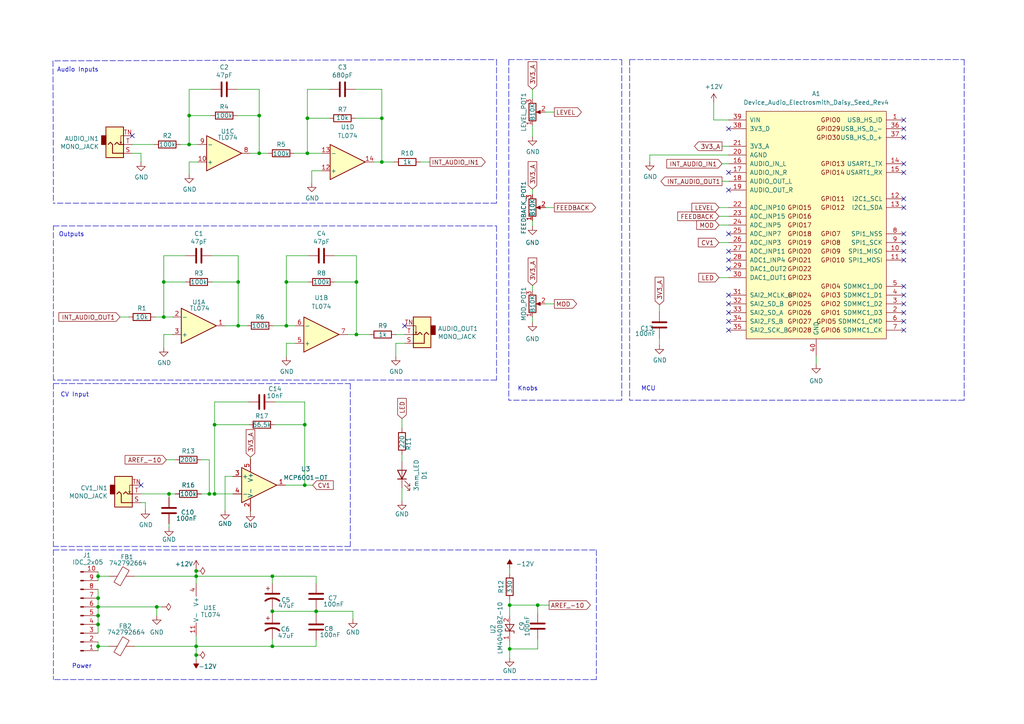
<source format=kicad_sch>
(kicad_sch (version 20211123) (generator eeschema)
  (paper "A4")
  (title_block (title "MiniVerb V2") (rev "v2.1") (comment 1 "An SMT Version of the MiniVerb Project"))
  (lib_symbols
    (symbol "Amplifier_Operational:MCP6001-OT" (pin_names (offset 0.127))
      (property "Reference" "U" (at -1.27 6.35 0))
      (property "Value" "MCP6001-OT" (at -1.27 3.81 0))
      (symbol "MCP6001-OT_0_1"
        (pin power_in line (at -2.54 -7.62 90) (length 3.81) (name "V-") (number "2"))
        (pin power_in line (at -2.54 7.62 270) (length 3.81) (name "V+") (number "5"))
      )
      (symbol "MCP6001-OT_1_1"
        (pin output line (at 7.62 0 180) (length 2.54) (name "~") (number "1"))
        (pin input line (at -7.62 2.54 0) (length 2.54) (name "+") (number "3"))
        (pin input line (at -7.62 -2.54 0) (length 2.54) (name "-") (number "4"))
      )
    )
    (symbol "Amplifier_Operational:TL074" (pin_names (offset 0.127))
      (property "Reference" "U" (at 0 5.08 0))
      (property "Value" "TL074" (at 0 -5.08 0))
      (symbol "TL074_1_1"
        (pin output line (at 7.62 0 180) (length 2.54) (name "~") (number "1"))
        (pin input line (at -7.62 -2.54 0) (length 2.54) (name "-") (number "2"))
        (pin input line (at -7.62 2.54 0) (length 2.54) (name "+") (number "3"))
      )
      (symbol "TL074_2_1"
        (pin input line (at -7.62 2.54 0) (length 2.54) (name "+") (number "5"))
        (pin input line (at -7.62 -2.54 0) (length 2.54) (name "-") (number "6"))
        (pin output line (at 7.62 0 180) (length 2.54) (name "~") (number "7"))
      )
      (symbol "TL074_3_1"
        (pin input line (at -7.62 2.54 0) (length 2.54) (name "+") (number "10"))
        (pin output line (at 7.62 0 180) (length 2.54) (name "~") (number "8"))
        (pin input line (at -7.62 -2.54 0) (length 2.54) (name "-") (number "9"))
      )
      (symbol "TL074_4_1"
        (pin input line (at -7.62 2.54 0) (length 2.54) (name "+") (number "12"))
        (pin input line (at -7.62 -2.54 0) (length 2.54) (name "-") (number "13"))
        (pin output line (at 7.62 0 180) (length 2.54) (name "~") (number "14"))
      )
      (symbol "TL074_5_1"
        (pin power_in line (at -2.54 -7.62 90) (length 3.81) (name "V-") (number "11"))
        (pin power_in line (at -2.54 7.62 270) (length 3.81) (name "V+") (number "4"))
      )
    )
    (symbol "Connector:AudioJack2_SwitchT"
      (property "Reference" "J" (at 0 8.89 0))
      (property "Value" "AudioJack2_SwitchT" (at 0 6.35 0))
      (symbol "AudioJack2_SwitchT_1_1"
        (pin passive line (at 5.08 2.54 180) (length 2.54) (name "~") (number "S"))
        (pin passive line (at 5.08 0 180) (length 2.54) (name "~") (number "T"))
        (pin passive line (at 5.08 -2.54 180) (length 2.54) (name "~") (number "TN"))
      )
    )
    (symbol "Connector:Conn_01x10_Male" (pin_names (offset 1.016) hide)
      (property "Reference" "J" (at 0 12.7 0))
      (property "Value" "Conn_01x10_Male" (at 0 -15.24 0))
      (symbol "Conn_01x10_Male_1_1"
        (pin passive line (at 5.08 10.16 180) (length 3.81) (name "Pin_1") (number "1"))
        (pin passive line (at 5.08 -12.7 180) (length 3.81) (name "Pin_10") (number "10"))
        (pin passive line (at 5.08 7.62 180) (length 3.81) (name "Pin_2") (number "2"))
        (pin passive line (at 5.08 5.08 180) (length 3.81) (name "Pin_3") (number "3"))
        (pin passive line (at 5.08 2.54 180) (length 3.81) (name "Pin_4") (number "4"))
        (pin passive line (at 5.08 0 180) (length 3.81) (name "Pin_5") (number "5"))
        (pin passive line (at 5.08 -2.54 180) (length 3.81) (name "Pin_6") (number "6"))
        (pin passive line (at 5.08 -5.08 180) (length 3.81) (name "Pin_7") (number "7"))
        (pin passive line (at 5.08 -7.62 180) (length 3.81) (name "Pin_8") (number "8"))
        (pin passive line (at 5.08 -10.16 180) (length 3.81) (name "Pin_9") (number "9"))
      )
    )
    (symbol "Device:C" (pin_numbers hide) (pin_names (offset 0.254))
      (property "Reference" "C" (at 0.635 2.54 0))
      (property "Value" "C" (at 0.635 -2.54 0))
      (symbol "C_1_1"
        (pin passive line (at 0 3.81 270) (length 2.794) (name "~") (number "1"))
        (pin passive line (at 0 -3.81 90) (length 2.794) (name "~") (number "2"))
      )
    )
    (symbol "Device:C_Polarized_US" (pin_numbers hide) (pin_names (offset 0.254) hide)
      (property "Reference" "C" (at 0.635 2.54 0))
      (property "Value" "C_Polarized_US" (at 0.635 -2.54 0))
      (symbol "C_Polarized_US_1_1"
        (pin passive line (at 0 3.81 270) (length 2.794) (name "~") (number "1"))
        (pin passive line (at 0 -3.81 90) (length 3.302) (name "~") (number "2"))
      )
    )
    (symbol "Device:FerriteBead" (pin_numbers hide) (pin_names (offset 0))
      (property "Reference" "FB" (at -3.81 0.635 90))
      (property "Value" "FerriteBead" (at 3.81 0 90))
      (symbol "FerriteBead_1_1"
        (pin passive line (at 0 3.81 270) (length 2.54) (name "~") (number "1"))
        (pin passive line (at 0 -3.81 90) (length 2.54) (name "~") (number "2"))
      )
    )
    (symbol "Device:LED" (pin_numbers hide) (pin_names (offset 1.016) hide)
      (property "Reference" "D" (at 0 2.54 0))
      (property "Value" "LED" (at 0 -2.54 0))
      (symbol "LED_1_1"
        (pin passive line (at -3.81 0 0) (length 2.54) (name "K") (number "1"))
        (pin passive line (at 3.81 0 180) (length 2.54) (name "A") (number "2"))
      )
    )
    (symbol "Device:R" (pin_numbers hide) (pin_names (offset 0))
      (property "Reference" "R" (at 2.032 0 90))
      (property "Value" "R" (at 0 0 90))
      (symbol "R_1_1"
        (pin passive line (at 0 3.81 270) (length 1.27) (name "~") (number "1"))
        (pin passive line (at 0 -3.81 90) (length 1.27) (name "~") (number "2"))
      )
    )
    (symbol "Device:R_Potentiometer" (pin_names (offset 1.016) hide)
      (property "Reference" "RV" (at -4.445 0 90))
      (property "Value" "R_Potentiometer" (at -2.54 0 90))
      (symbol "R_Potentiometer_1_1"
        (pin passive line (at 0 3.81 270) (length 1.27) (name "1") (number "1"))
        (pin passive line (at 3.81 0 180) (length 1.27) (name "2") (number "2"))
        (pin passive line (at 0 -3.81 90) (length 1.27) (name "3") (number "3"))
      )
    )
    (symbol "Device_Audio_Electrosmith_Daisy_Seed:Device_Audio_Electrosmith_Daisy_Seed_Rev4" (pin_names (offset 1.016))
      (property "Reference" "A" (at -20.32 34.29 0))
      (property "Value" "Device_Audio_Electrosmith_Daisy_Seed_Rev4" (at 20.32 36.83 0))
      (symbol "Device_Audio_Electrosmith_Daisy_Seed_Rev4_0_0"
        (text "GPIO0" (at 1.27 30.48 0) (effects (font (size 1.27 1.27)) (justify left)))
        (text "GPIO1" (at 1.27 -25.4 0) (effects (font (size 1.27 1.27)) (justify left)))
        (text "GPIO10" (at 1.27 -10.16 0) (effects (font (size 1.27 1.27)) (justify left)))
        (text "GPIO11" (at 1.27 7.62 0) (effects (font (size 1.27 1.27)) (justify left)))
        (text "GPIO12" (at 1.27 5.08 0) (effects (font (size 1.27 1.27)) (justify left)))
        (text "GPIO13" (at 1.27 17.78 0) (effects (font (size 1.27 1.27)) (justify left)))
        (text "GPIO14" (at 1.27 15.24 0) (effects (font (size 1.27 1.27)) (justify left)))
        (text "GPIO15" (at -1.27 5.08 0) (effects (font (size 1.27 1.27)) (justify right)))
        (text "GPIO16" (at -1.27 2.54 0) (effects (font (size 1.27 1.27)) (justify right)))
        (text "GPIO17" (at -1.27 0 0) (effects (font (size 1.27 1.27)) (justify right)))
        (text "GPIO18" (at -1.27 -2.54 0) (effects (font (size 1.27 1.27)) (justify right)))
        (text "GPIO19" (at -1.27 -5.08 0) (effects (font (size 1.27 1.27)) (justify right)))
        (text "GPIO2" (at 1.27 -22.86 0) (effects (font (size 1.27 1.27)) (justify left)))
        (text "GPIO20" (at -1.27 -7.62 0) (effects (font (size 1.27 1.27)) (justify right)))
        (text "GPIO21" (at -1.27 -10.16 0) (effects (font (size 1.27 1.27)) (justify right)))
        (text "GPIO22" (at -1.27 -12.7 0) (effects (font (size 1.27 1.27)) (justify right)))
        (text "GPIO23" (at -1.27 -15.24 0) (effects (font (size 1.27 1.27)) (justify right)))
        (text "GPIO24" (at -1.27 -20.32 0) (effects (font (size 1.27 1.27)) (justify right)))
        (text "GPIO25" (at -1.27 -22.86 0) (effects (font (size 1.27 1.27)) (justify right)))
        (text "GPIO26" (at -1.27 -25.4 0) (effects (font (size 1.27 1.27)) (justify right)))
        (text "GPIO27" (at -1.27 -27.94 0) (effects (font (size 1.27 1.27)) (justify right)))
        (text "GPIO28" (at -1.27 -30.48 0) (effects (font (size 1.27 1.27)) (justify right)))
        (text "GPIO29" (at 0 27.94 0) (effects (font (size 1.27 1.27)) (justify left)))
        (text "GPIO3" (at 1.27 -20.32 0) (effects (font (size 1.27 1.27)) (justify left)))
        (text "GPIO30" (at 0 25.4 0) (effects (font (size 1.27 1.27)) (justify left)))
        (text "GPIO4" (at 1.27 -17.78 0) (effects (font (size 1.27 1.27)) (justify left)))
        (text "GPIO5" (at 0 -27.94 0) (effects (font (size 1.27 1.27)) (justify left)))
        (text "GPIO6" (at 1.27 -30.48 0) (effects (font (size 1.27 1.27)) (justify left)))
        (text "GPIO7" (at 1.27 -2.54 0) (effects (font (size 1.27 1.27)) (justify left)))
        (text "GPIO8" (at 1.27 -5.08 0) (effects (font (size 1.27 1.27)) (justify left)))
        (text "GPIO9" (at 1.27 -7.62 0) (effects (font (size 1.27 1.27)) (justify left)))
        (pin bidirectional line (at 25.4 30.48 180) (length 5.08) (name "USB_HS_ID") (number "1"))
        (pin bidirectional line (at 25.4 -7.62 180) (length 5.08) (name "SPI1_MISO") (number "10"))
        (pin bidirectional line (at 25.4 -10.16 180) (length 5.08) (name "SPI1_MOSI") (number "11"))
        (pin bidirectional line (at 25.4 7.62 180) (length 5.08) (name "I2C1_SCL") (number "12"))
        (pin bidirectional line (at 25.4 5.08 180) (length 5.08) (name "I2C1_SDA") (number "13"))
        (pin bidirectional line (at 25.4 17.78 180) (length 5.08) (name "USART1_TX") (number "14"))
        (pin bidirectional line (at 25.4 15.24 180) (length 5.08) (name "USART1_RX") (number "15"))
        (pin input line (at -25.4 17.78 0) (length 5.08) (name "AUDIO_IN_L") (number "16"))
        (pin input line (at -25.4 15.24 0) (length 5.08) (name "AUDIO_IN_R") (number "17"))
        (pin output line (at -25.4 12.7 0) (length 5.08) (name "AUDIO_OUT_L") (number "18"))
        (pin output line (at -25.4 10.16 0) (length 5.08) (name "AUDIO_OUT_R") (number "19"))
        (pin bidirectional line (at 25.4 -25.4 180) (length 5.08) (name "SDMMC1_D3") (number "2"))
        (pin passive line (at -25.4 20.32 0) (length 5.08) (name "AGND") (number "20"))
        (pin power_out line (at -25.4 22.86 0) (length 5.08) (name "3V3_A") (number "21"))
        (pin bidirectional line (at -25.4 5.08 0) (length 5.08) (name "ADC_INP10") (number "22"))
        (pin bidirectional line (at -25.4 2.54 0) (length 5.08) (name "ADC_INP15") (number "23"))
        (pin bidirectional line (at -25.4 0 0) (length 5.08) (name "ADC_INP5") (number "24"))
        (pin bidirectional line (at -25.4 -2.54 0) (length 5.08) (name "ADC_INP7") (number "25"))
        (pin bidirectional line (at -25.4 -5.08 0) (length 5.08) (name "ADC_INP3") (number "26"))
        (pin bidirectional line (at -25.4 -7.62 0) (length 5.08) (name "ADC_INP11") (number "27"))
        (pin bidirectional line (at -25.4 -10.16 0) (length 5.08) (name "ADC1_INP4") (number "28"))
        (pin bidirectional line (at -25.4 -12.7 0) (length 5.08) (name "DAC1_OUT2") (number "29"))
        (pin bidirectional line (at 25.4 -22.86 180) (length 5.08) (name "SDMMC1_D2") (number "3"))
        (pin bidirectional line (at -25.4 -15.24 0) (length 5.08) (name "DAC1_OUT1") (number "30"))
        (pin bidirectional line (at -25.4 -20.32 0) (length 5.08) (name "SAI2_MCLK_B") (number "31"))
        (pin bidirectional line (at -25.4 -22.86 0) (length 5.08) (name "SAI2_SD_B") (number "32"))
        (pin bidirectional line (at -25.4 -25.4 0) (length 5.08) (name "SAI2_SD_A") (number "33"))
        (pin bidirectional line (at -25.4 -27.94 0) (length 5.08) (name "SAI2_FS_B") (number "34"))
        (pin bidirectional line (at -25.4 -30.48 0) (length 5.08) (name "SAI2_SCK_B") (number "35"))
        (pin bidirectional line (at 25.4 27.94 180) (length 5.08) (name "USB_HS_D_-") (number "36"))
        (pin bidirectional line (at 25.4 25.4 180) (length 5.08) (name "USB_HS_D_+") (number "37"))
        (pin power_out line (at -25.4 27.94 0) (length 5.08) (name "3V3_D") (number "38"))
        (pin power_in line (at -25.4 30.48 0) (length 5.08) (name "VIN") (number "39"))
        (pin bidirectional line (at 25.4 -20.32 180) (length 5.08) (name "SDMMC1_D1") (number "4"))
        (pin passive line (at 0 -38.1 90) (length 5.08) (name "GND") (number "40"))
        (pin bidirectional line (at 25.4 -17.78 180) (length 5.08) (name "SDMMC1_D0") (number "5"))
        (pin bidirectional line (at 25.4 -27.94 180) (length 5.08) (name "SDMMC1_CMD") (number "6"))
        (pin bidirectional line (at 25.4 -30.48 180) (length 5.08) (name "SDMMC1_CK") (number "7"))
        (pin bidirectional line (at 25.4 -2.54 180) (length 5.08) (name "SPI1_NSS") (number "8"))
        (pin bidirectional line (at 25.4 -5.08 180) (length 5.08) (name "SPI1_SCK") (number "9"))
      )
    )
    (symbol "Reference_Voltage:LM4040DBZ-10" (pin_names (offset 0.0254) hide)
      (property "Reference" "U" (at 0 2.54 0))
      (property "Value" "LM4040DBZ-10" (at 0 -3.175 0))
      (symbol "LM4040DBZ-10_1_1"
        (pin passive line (at 3.81 0 180) (length 2.54) (name "K") (number "1"))
        (pin passive line (at -3.81 0 0) (length 2.54) (name "A") (number "2"))
      )
    )
    (symbol "power:+12V" (power) (pin_names (offset 0))
      (property "Value" "+12V" (at 0 3.556 0))
      (symbol "+12V_1_1"
        (pin power_in line (at 0 0 90) (length 0) hide (name "+12V") (number "1"))
      )
    )
    (symbol "power:-12V" (power) (pin_names (offset 0))
      (property "Value" "-12V" (at 0 3.81 0))
      (symbol "-12V_0_0"
        (pin power_in line (at 0 0 90) (length 0) hide (name "-12V") (number "1"))
      )
    )
    (symbol "power:GND" (power) (pin_names (offset 0))
      (property "Value" "GND" (at 0 -3.81 0))
      (symbol "GND_1_1"
        (pin power_in line (at 0 0 270) (length 0) hide (name "GND") (number "1"))
      )
    )
    (symbol "power:PWR_FLAG" (power) (pin_numbers hide) (pin_names (offset 0) hide)
      (property "Value" "PWR_FLAG" (at 0 3.81 0))
      (symbol "PWR_FLAG_0_0"
        (pin power_out line (at 0 0 90) (length 0) (name "pwr") (number "1"))
      )
    )
  )
  (junction (at 60.706 143.256))
  (junction (at 147.828 188.214))
  (junction (at 83.058 81.788))
  (junction (at 56.896 167.132))
  (junction (at 56.896 187.452))
  (junction (at 78.994 187.452))
  (junction (at 89.154 44.45))
  (junction (at 28.448 187.452))
  (junction (at 28.448 181.102))
  (junction (at 110.744 46.99))
  (junction (at 28.448 173.482))
  (junction (at 28.448 178.562))
  (junction (at 49.022 143.256))
  (junction (at 78.994 177.292))
  (junction (at 47.498 81.788))
  (junction (at 54.864 33.528))
  (junction (at 69.088 81.788))
  (junction (at 54.864 41.91))
  (junction (at 89.154 34.29))
  (junction (at 47.498 91.948))
  (junction (at 69.088 94.488))
  (junction (at 155.956 175.514))
  (junction (at 45.466 176.022))
  (junction (at 56.896 165.608))
  (junction (at 62.23 143.256))
  (junction (at 75.184 44.45))
  (junction (at 56.896 189.992))
  (junction (at 83.058 94.488))
  (junction (at 91.694 177.292))
  (junction (at 75.184 33.528))
  (junction (at 147.828 175.514))
  (junction (at 103.378 97.028))
  (junction (at 28.448 167.132))
  (junction (at 62.23 123.19))
  (junction (at 88.392 140.716))
  (junction (at 110.744 34.29))
  (junction (at 78.994 167.132))
  (junction (at 28.448 176.022))
  (junction (at 103.378 81.788))
  (junction (at 88.392 123.19))
  (no_connect (at 262.128 95.758))
  (no_connect (at 262.128 93.218))
  (no_connect (at 211.328 55.118))
  (no_connect (at 117.348 94.488))
  (no_connect (at 211.328 37.338))
  (no_connect (at 211.328 67.818))
  (no_connect (at 262.128 34.798))
  (no_connect (at 262.128 67.818))
  (no_connect (at 262.128 50.038))
  (no_connect (at 262.128 60.198))
  (no_connect (at 262.128 37.338))
  (no_connect (at 262.128 39.878))
  (no_connect (at 262.128 47.498))
  (no_connect (at 211.328 88.138))
  (no_connect (at 211.328 95.758))
  (no_connect (at 211.328 93.218))
  (no_connect (at 211.328 90.678))
  (no_connect (at 211.328 85.598))
  (no_connect (at 211.328 72.898))
  (no_connect (at 262.128 75.438))
  (no_connect (at 262.128 70.358))
  (no_connect (at 262.128 72.898))
  (no_connect (at 211.328 75.438))
  (no_connect (at 38.354 39.37))
  (no_connect (at 262.128 88.138))
  (no_connect (at 262.128 85.598))
  (no_connect (at 211.328 77.978))
  (no_connect (at 262.128 90.678))
  (no_connect (at 211.328 50.038))
  (no_connect (at 262.128 83.058))
  (no_connect (at 40.894 140.716))
  (no_connect (at 262.128 57.658))
  (wire (pts (xy 89.154 44.45) (xy 93.218 44.45)))
  (wire (pts (xy 65.278 138.176) (xy 67.564 138.176)))
  (wire (pts (xy 46.99 176.022) (xy 45.466 176.022)))
  (polyline (pts (xy 101.6 111.252) (xy 101.6 158.496)))
  (wire (pts (xy 47.498 91.948) (xy 50.038 91.948)))
  (wire (pts (xy 208.534 60.198) (xy 211.328 60.198)))
  (wire (pts (xy 103.378 97.028) (xy 100.838 97.028)))
  (wire (pts (xy 107.188 97.028) (xy 103.378 97.028)))
  (polyline (pts (xy 279.654 116.078) (xy 182.626 116.078)))
  (wire (pts (xy 65.278 138.176) (xy 65.278 148.082)))
  (wire (pts (xy 52.324 41.91) (xy 54.864 41.91)))
  (wire (pts (xy 208.534 65.278) (xy 211.328 65.278)))
  (wire (pts (xy 78.994 177.292) (xy 91.694 177.292)))
  (wire (pts (xy 90.424 49.53) (xy 90.424 53.086)))
  (wire (pts (xy 47.498 97.028) (xy 47.498 100.838)))
  (wire (pts (xy 103.378 81.788) (xy 103.378 97.028)))
  (wire (pts (xy 47.498 81.788) (xy 47.498 91.948)))
  (polyline (pts (xy 15.494 159.512) (xy 172.974 159.512)))
  (wire (pts (xy 88.392 140.716) (xy 90.678 140.716)))
  (wire (pts (xy 78.994 187.452) (xy 78.994 185.42)))
  (wire (pts (xy 103.378 74.168) (xy 103.378 81.788)))
  (wire (pts (xy 44.958 91.948) (xy 47.498 91.948)))
  (wire (pts (xy 110.744 46.99) (xy 114.3 46.99)))
  (wire (pts (xy 58.42 143.256) (xy 60.706 143.256)))
  (wire (pts (xy 110.744 34.29) (xy 110.744 46.99)))
  (polyline (pts (xy 182.626 17.272) (xy 279.654 17.272)))
  (wire (pts (xy 91.694 177.292) (xy 102.362 177.292)))
  (polyline (pts (xy 15.494 65.532) (xy 144.018 65.532)))
  (wire (pts (xy 155.956 175.514) (xy 155.956 177.8)))
  (wire (pts (xy 91.694 167.132) (xy 91.694 169.164)))
  (wire (pts (xy 69.088 94.488) (xy 69.088 81.788)))
  (wire (pts (xy 53.848 74.168) (xy 47.498 74.168)))
  (wire (pts (xy 56.896 187.452) (xy 56.896 189.992)))
  (wire (pts (xy 85.344 44.45) (xy 89.154 44.45)))
  (wire (pts (xy 39.116 167.132) (xy 56.896 167.132)))
  (wire (pts (xy 93.218 49.53) (xy 90.424 49.53)))
  (polyline (pts (xy 101.6 158.496) (xy 15.494 158.496)))
  (wire (pts (xy 116.586 131.826) (xy 116.586 133.858)))
  (wire (pts (xy 211.328 44.958) (xy 188.468 44.958)))
  (wire (pts (xy 103.124 25.908) (xy 110.744 25.908)))
  (wire (pts (xy 75.184 33.528) (xy 68.834 33.528)))
  (wire (pts (xy 110.744 25.908) (xy 110.744 34.29)))
  (wire (pts (xy 54.864 25.908) (xy 54.864 33.528)))
  (wire (pts (xy 154.432 82.804) (xy 154.432 84.328)))
  (wire (pts (xy 78.994 167.132) (xy 78.994 169.164)))
  (wire (pts (xy 160.782 32.512) (xy 158.242 32.512)))
  (wire (pts (xy 147.828 188.214) (xy 147.828 190.754)))
  (wire (pts (xy 40.894 44.45) (xy 40.894 46.99)))
  (wire (pts (xy 116.586 121.412) (xy 116.586 124.206)))
  (wire (pts (xy 155.956 175.514) (xy 159.258 175.514)))
  (wire (pts (xy 54.864 33.528) (xy 54.864 41.91)))
  (wire (pts (xy 72.136 123.19) (xy 62.23 123.19)))
  (wire (pts (xy 50.038 97.028) (xy 47.498 97.028)))
  (wire (pts (xy 28.448 187.452) (xy 28.448 188.722)))
  (wire (pts (xy 79.756 116.586) (xy 88.392 116.586)))
  (wire (pts (xy 60.706 133.35) (xy 60.706 143.256)))
  (wire (pts (xy 62.23 123.19) (xy 62.23 143.256)))
  (wire (pts (xy 236.728 103.378) (xy 236.728 105.664)))
  (wire (pts (xy 69.088 81.788) (xy 61.468 81.788)))
  (wire (pts (xy 72.644 148.336) (xy 72.644 148.59)))
  (wire (pts (xy 38.354 44.45) (xy 40.894 44.45)))
  (polyline (pts (xy 15.494 111.252) (xy 15.494 158.496)))
  (polyline (pts (xy 15.367 17.653) (xy 15.494 58.928)))
  (polyline (pts (xy 15.494 159.512) (xy 15.494 197.104)))
  (wire (pts (xy 158.242 60.198) (xy 160.782 60.198)))
  (wire (pts (xy 88.392 140.716) (xy 82.804 140.716)))
  (polyline (pts (xy 15.875 17.653) (xy 144.018 17.272)))
  (wire (pts (xy 89.154 34.29) (xy 89.154 44.45)))
  (polyline (pts (xy 144.018 65.532) (xy 144.018 110.236)))
  (wire (pts (xy 56.896 184.404) (xy 56.896 187.452)))
  (wire (pts (xy 61.214 25.908) (xy 54.864 25.908)))
  (wire (pts (xy 34.798 91.948) (xy 37.338 91.948)))
  (wire (pts (xy 155.956 188.214) (xy 155.956 185.42)))
  (wire (pts (xy 208.534 70.358) (xy 211.328 70.358)))
  (wire (pts (xy 39.116 187.452) (xy 56.896 187.452)))
  (wire (pts (xy 28.448 181.102) (xy 28.448 183.642)))
  (wire (pts (xy 61.468 74.168) (xy 69.088 74.168)))
  (wire (pts (xy 78.994 176.784) (xy 78.994 177.292)))
  (wire (pts (xy 69.088 94.488) (xy 65.278 94.488)))
  (polyline (pts (xy 182.626 17.272) (xy 182.626 116.078)))
  (wire (pts (xy 154.432 28.702) (xy 154.432 25.908)))
  (polyline (pts (xy 144.018 17.272) (xy 144.018 58.928)))
  (wire (pts (xy 62.23 143.256) (xy 67.564 143.256)))
  (wire (pts (xy 53.848 81.788) (xy 47.498 81.788)))
  (polyline (pts (xy 180.34 116.078) (xy 147.574 116.078)))
  (wire (pts (xy 56.896 165.608) (xy 56.896 167.132)))
  (wire (pts (xy 88.392 116.586) (xy 88.392 123.19)))
  (wire (pts (xy 154.432 54.864) (xy 154.432 56.388)))
  (polyline (pts (xy 172.974 197.104) (xy 15.494 197.104)))
  (wire (pts (xy 147.828 186.182) (xy 147.828 188.214)))
  (polyline (pts (xy 180.34 17.272) (xy 180.34 116.078)))
  (wire (pts (xy 28.448 176.022) (xy 28.448 178.562)))
  (wire (pts (xy 79.756 123.19) (xy 88.392 123.19)))
  (wire (pts (xy 71.628 94.488) (xy 69.088 94.488)))
  (wire (pts (xy 28.448 178.562) (xy 28.448 181.102)))
  (wire (pts (xy 68.834 25.908) (xy 75.184 25.908)))
  (wire (pts (xy 28.448 165.862) (xy 28.448 167.132)))
  (polyline (pts (xy 172.974 159.512) (xy 172.974 197.104)))
  (wire (pts (xy 147.828 188.214) (xy 155.956 188.214)))
  (wire (pts (xy 60.706 143.256) (xy 62.23 143.256)))
  (wire (pts (xy 78.994 167.132) (xy 91.694 167.132)))
  (wire (pts (xy 28.448 173.482) (xy 28.448 176.022)))
  (wire (pts (xy 89.408 74.168) (xy 83.058 74.168)))
  (wire (pts (xy 147.828 173.99) (xy 147.828 175.514)))
  (wire (pts (xy 102.362 177.292) (xy 102.362 179.578)))
  (wire (pts (xy 54.864 33.528) (xy 61.214 33.528)))
  (wire (pts (xy 83.058 99.568) (xy 83.058 103.378)))
  (wire (pts (xy 154.432 36.322) (xy 154.432 39.624)))
  (wire (pts (xy 75.184 25.908) (xy 75.184 33.528)))
  (wire (pts (xy 89.154 25.908) (xy 89.154 34.29)))
  (wire (pts (xy 72.644 132.588) (xy 72.644 133.096)))
  (wire (pts (xy 56.896 187.452) (xy 78.994 187.452)))
  (wire (pts (xy 38.354 41.91) (xy 44.704 41.91)))
  (wire (pts (xy 116.586 141.478) (xy 116.586 145.288)))
  (wire (pts (xy 83.058 94.488) (xy 79.248 94.488)))
  (wire (pts (xy 114.808 99.568) (xy 114.808 103.378)))
  (wire (pts (xy 191.262 88.392) (xy 191.262 90.424)))
  (wire (pts (xy 56.896 167.132) (xy 78.994 167.132)))
  (wire (pts (xy 147.828 175.514) (xy 147.828 178.562)))
  (wire (pts (xy 75.184 44.45) (xy 77.724 44.45)))
  (wire (pts (xy 62.23 116.586) (xy 62.23 123.19)))
  (wire (pts (xy 108.458 46.99) (xy 110.744 46.99)))
  (polyline (pts (xy 147.574 17.272) (xy 147.574 116.078)))
  (wire (pts (xy 147.828 175.514) (xy 155.956 175.514)))
  (wire (pts (xy 117.348 99.568) (xy 114.808 99.568)))
  (wire (pts (xy 28.448 170.942) (xy 28.448 173.482)))
  (wire (pts (xy 56.896 189.992) (xy 56.896 191.262)))
  (wire (pts (xy 72.136 116.586) (xy 62.23 116.586)))
  (wire (pts (xy 45.466 176.022) (xy 45.466 178.562)))
  (wire (pts (xy 89.154 34.29) (xy 95.504 34.29)))
  (wire (pts (xy 191.262 98.044) (xy 191.262 100.076)))
  (wire (pts (xy 49.022 143.256) (xy 50.8 143.256)))
  (wire (pts (xy 207.01 29.718) (xy 207.01 34.798)))
  (wire (pts (xy 121.92 46.99) (xy 124.714 46.99)))
  (wire (pts (xy 56.896 165.1) (xy 56.896 165.608)))
  (polyline (pts (xy 279.654 17.272) (xy 279.654 116.078)))
  (wire (pts (xy 83.058 74.168) (xy 83.058 81.788)))
  (wire (pts (xy 97.028 74.168) (xy 103.378 74.168)))
  (wire (pts (xy 54.864 46.99) (xy 57.404 46.99)))
  (wire (pts (xy 91.694 185.674) (xy 91.694 187.452)))
  (wire (pts (xy 88.392 123.19) (xy 88.392 140.716)))
  (wire (pts (xy 72.644 44.45) (xy 75.184 44.45)))
  (wire (pts (xy 91.694 187.452) (xy 78.994 187.452)))
  (wire (pts (xy 56.896 167.132) (xy 56.896 169.164)))
  (wire (pts (xy 40.894 145.796) (xy 42.164 145.796)))
  (wire (pts (xy 103.124 34.29) (xy 110.744 34.29)))
  (wire (pts (xy 91.694 177.292) (xy 91.694 178.054)))
  (wire (pts (xy 209.423 47.498) (xy 211.328 47.498)))
  (wire (pts (xy 209.423 52.578) (xy 211.328 52.578)))
  (polyline (pts (xy 144.018 58.928) (xy 15.494 58.928)))
  (wire (pts (xy 78.994 177.292) (xy 78.994 177.8)))
  (wire (pts (xy 208.534 80.518) (xy 211.328 80.518)))
  (wire (pts (xy 28.448 167.132) (xy 28.448 168.402)))
  (wire (pts (xy 83.058 94.488) (xy 83.058 81.788)))
  (polyline (pts (xy 147.574 17.272) (xy 180.34 17.272)))
  (wire (pts (xy 85.598 99.568) (xy 83.058 99.568)))
  (wire (pts (xy 83.058 81.788) (xy 89.408 81.788)))
  (wire (pts (xy 28.448 186.182) (xy 28.448 187.452)))
  (wire (pts (xy 28.448 167.132) (xy 31.496 167.132)))
  (wire (pts (xy 54.864 41.91) (xy 57.404 41.91)))
  (wire (pts (xy 85.598 94.488) (xy 83.058 94.488)))
  (wire (pts (xy 114.808 97.028) (xy 117.348 97.028)))
  (wire (pts (xy 54.864 46.99) (xy 54.864 50.546)))
  (polyline (pts (xy 15.494 110.236) (xy 15.494 65.532)))
  (wire (pts (xy 209.423 42.418) (xy 211.328 42.418)))
  (wire (pts (xy 28.448 187.452) (xy 31.496 187.452)))
  (wire (pts (xy 91.694 176.784) (xy 91.694 177.292)))
  (wire (pts (xy 69.088 74.168) (xy 69.088 81.788)))
  (wire (pts (xy 188.468 44.958) (xy 188.468 46.863)))
  (wire (pts (xy 147.828 164.846) (xy 147.828 166.37)))
  (wire (pts (xy 28.448 176.022) (xy 45.466 176.022)))
  (wire (pts (xy 58.42 133.35) (xy 60.706 133.35)))
  (wire (pts (xy 75.184 33.528) (xy 75.184 44.45)))
  (wire (pts (xy 49.022 151.892) (xy 49.022 152.908)))
  (polyline (pts (xy 144.018 110.236) (xy 15.494 110.236)))
  (wire (pts (xy 42.164 145.796) (xy 42.164 147.828)))
  (wire (pts (xy 40.894 143.256) (xy 49.022 143.256)))
  (wire (pts (xy 207.01 34.798) (xy 211.328 34.798)))
  (wire (pts (xy 97.028 81.788) (xy 103.378 81.788)))
  (wire (pts (xy 154.432 64.008) (xy 154.432 65.532)))
  (wire (pts (xy 48.26 133.35) (xy 50.8 133.35)))
  (polyline (pts (xy 15.494 111.252) (xy 101.6 111.252)))
  (wire (pts (xy 49.022 143.256) (xy 49.022 144.272)))
  (wire (pts (xy 158.242 88.138) (xy 160.782 88.138)))
  (wire (pts (xy 154.432 91.948) (xy 154.432 93.472)))
  (wire (pts (xy 95.504 25.908) (xy 89.154 25.908)))
  (wire (pts (xy 208.534 62.738) (xy 211.328 62.738)))
  (wire (pts (xy 47.498 74.168) (xy 47.498 81.788)))
  (text "CV Input" (at 17.526 115.316 0) (effects (font (size 1.27 1.27)) (justify left bottom)))
  (text "Power" (at 20.828 194.056 0) (effects (font (size 1.27 1.27)) (justify left bottom)))
  (text "Outputs\n" (at 17.018 68.834 0) (effects (font (size 1.27 1.27)) (justify left bottom)))
  (text "Knobs" (at 150.114 113.538 0) (effects (font (size 1.27 1.27)) (justify left bottom)))
  (text "MCU" (at 185.928 113.538 0) (effects (font (size 1.27 1.27)) (justify left bottom)))
  (text "Audio Inputs" (at 16.51 21.082 0) (effects (font (size 1.27 1.27)) (justify left bottom)))
  (global_label "INT_AUDIO_IN1" (shape output) (at 124.714 46.99 0) (property "Intersheet References" "${INTERSHEET_REFS}" (effects hide)))
  (global_label "MOD" (shape input) (at 208.534 65.278 180) (property "Intersheet References" "${INTERSHEET_REFS}" (effects hide)))
  (global_label "3V3_A" (shape output) (at 209.423 42.418 180) (property "Intersheet References" "${INTERSHEET_REFS}" (effects hide)))
  (global_label "3V3_A" (shape input) (at 154.432 54.864 90) (property "Intersheet References" "${INTERSHEET_REFS}" (effects hide)))
  (global_label "LED" (shape input) (at 208.534 80.518 180) (property "Intersheet References" "${INTERSHEET_REFS}" (effects hide)))
  (global_label "3V3_A" (shape input) (at 72.644 132.588 90) (property "Intersheet References" "${INTERSHEET_REFS}" (effects hide)))
  (global_label "LED" (shape input) (at 116.586 121.412 90) (property "Intersheet References" "${INTERSHEET_REFS}" (effects hide)))
  (global_label "INT_AUDIO_IN1" (shape input) (at 209.423 47.498 180) (property "Intersheet References" "${INTERSHEET_REFS}" (effects hide)))
  (global_label "LEVEL" (shape input) (at 208.534 60.198 180) (property "Intersheet References" "${INTERSHEET_REFS}" (effects hide)))
  (global_label "3V3_A" (shape input) (at 154.432 25.908 90) (property "Intersheet References" "${INTERSHEET_REFS}" (effects hide)))
  (global_label "FEEDBACK" (shape output) (at 160.782 60.198 0) (property "Intersheet References" "${INTERSHEET_REFS}" (effects hide)))
  (global_label "MOD" (shape output) (at 160.782 88.138 0) (property "Intersheet References" "${INTERSHEET_REFS}" (effects hide)))
  (global_label "FEEDBACK" (shape input) (at 208.534 62.738 180) (property "Intersheet References" "${INTERSHEET_REFS}" (effects hide)))
  (global_label "3V3_A" (shape input) (at 191.262 88.392 90) (property "Intersheet References" "${INTERSHEET_REFS}" (effects hide)))
  (global_label "CV1" (shape input) (at 90.678 140.716 0) (property "Intersheet References" "${INTERSHEET_REFS}" (effects hide)))
  (global_label "CV1" (shape input) (at 208.534 70.358 180) (property "Intersheet References" "${INTERSHEET_REFS}" (effects hide)))
  (global_label "AREF_-10" (shape output) (at 159.258 175.514 0) (property "Intersheet References" "${INTERSHEET_REFS}" (effects hide)))
  (global_label "3V3_A" (shape input) (at 154.432 82.804 90) (property "Intersheet References" "${INTERSHEET_REFS}" (effects hide)))
  (global_label "INT_AUDIO_OUT1" (shape input) (at 34.798 91.948 180) (property "Intersheet References" "${INTERSHEET_REFS}" (effects hide)))
  (global_label "AREF_-10" (shape input) (at 48.26 133.35 180) (property "Intersheet References" "${INTERSHEET_REFS}" (effects hide)))
  (global_label "INT_AUDIO_OUT1" (shape output) (at 209.423 52.578 180) (property "Intersheet References" "${INTERSHEET_REFS}" (effects hide)))
  (global_label "LEVEL" (shape output) (at 160.782 32.512 0) (property "Intersheet References" "${INTERSHEET_REFS}" (effects hide)))
  (symbol (lib_id "Device:R") (at 65.024 33.528 270) (unit 1)
    (property "Reference" "R4" (at 65.024 30.988 90))
    (property "Value" "100k" (at 65.024 33.528 90))
    (property "Footprint" "Resistor_SMD:R_0603_1608Metric_Pad0.98x0.95mm_HandSolder" (effects hide))
    (property "Manufacturers Name" "YAGEO" (effects hide))
    (property "Manufacturers Part Number" "RC0603FR-07100KL " (effects hide))
    (property "Mfg #" "RC0603FR-07100KL " (effects hide))
  )
  (symbol (lib_id "Device:R") (at 48.514 41.91 270) (unit 1)
    (property "Reference" "R2" (at 48.514 39.37 90))
    (property "Value" "100k" (at 48.514 41.91 90))
    (property "Footprint" "Resistor_SMD:R_0603_1608Metric_Pad0.98x0.95mm_HandSolder" (effects hide))
    (property "Manufacturers Name" "YAGEO" (effects hide))
    (property "Manufacturers Part Number" "RC0603FR-07100KL " (effects hide))
    (property "Mfg #" "RC0603FR-07100KL " (effects hide))
  )
  (symbol (lib_id "Device:R") (at 81.534 44.45 270) (unit 1)
    (property "Reference" "R5" (at 81.534 41.91 90))
    (property "Value" "100k" (at 81.534 44.577 90))
    (property "Footprint" "Resistor_SMD:R_0603_1608Metric_Pad0.98x0.95mm_HandSolder" (effects hide))
    (property "Manufacturers Name" "YAGEO" (effects hide))
    (property "Manufacturers Part Number" "RC0603FR-07100KL " (effects hide))
    (property "Mfg #" "RC0603FR-07100KL " (effects hide))
  )
  (symbol (lib_id "Device:R") (at 99.314 34.29 270) (unit 1)
    (property "Reference" "R7" (at 99.314 31.75 90))
    (property "Value" "10k" (at 99.314 34.163 90))
    (property "Footprint" "Resistor_SMD:R_0603_1608Metric_Pad0.98x0.95mm_HandSolder" (effects hide))
    (property "Manufacturers Name" "YAGEO" (effects hide))
    (property "Manufacturers Part Number" "AC0603FR-0710KL" (effects hide))
    (property "Mfg #" "AC0603FR-0710KL" (effects hide))
  )
  (symbol (lib_id "Device:R") (at 118.11 46.99 270) (unit 1)
    (property "Reference" "R10" (at 118.11 44.45 90))
    (property "Value" "1k" (at 118.11 46.99 90))
    (property "Footprint" "Resistor_SMD:R_0603_1608Metric_Pad0.98x0.95mm_HandSolder" (effects hide))
    (property "Manufacturers Name" "YAGEO" (effects hide))
    (property "Manufacturers Part Number" "RC0603FR-071KL " (effects hide))
    (property "Mfg #" "RC0603FR-071KL " (effects hide))
  )
  (symbol (lib_id "Device:C") (at 65.024 25.908 270) (unit 1)
    (property "Reference" "C2" (at 65.024 19.5072 90))
    (property "Value" "47pF" (at 65.024 21.8186 90))
    (property "Footprint" "Capacitor_SMD:C_0603_1608Metric_Pad1.08x0.95mm_HandSolder" (effects hide))
    (property "Manufacturers Name" "YAGEO" (effects hide))
    (property "Manufacturers Part Number" "CC0603JRNPO9BN470" (effects hide))
    (property "Mfg #" "CC0603JRNPO9BN470" (effects hide))
  )
  (symbol (lib_id "Device:C") (at 99.314 25.908 270) (unit 1)
    (property "Reference" "C3" (at 99.314 19.5072 90))
    (property "Value" "680pF" (at 99.314 21.8186 90))
    (property "Footprint" "Capacitor_SMD:C_0603_1608Metric_Pad1.08x0.95mm_HandSolder" (effects hide))
    (property "Manufacturers Name" "Vishay / Vitramon" (effects hide))
    (property "Manufacturers Part Number" "VJ0603Y681KXAAC" (effects hide))
  )
  (symbol (lib_id "Connector:AudioJack2_SwitchT") (at 33.274 41.91 0) (mirror x) (unit 1)
    (property "Reference" "AUDIO_IN1" (at 28.702 40.2082 0) (effects (justify right)))
    (property "Value" "MONO_JACK" (at 28.702 42.5196 0) (effects (justify right)))
    (property "Footprint" "benjiaomodular:AudioJack_3.5mm" (effects hide))
    (property "Manufacturers Name" "Tayda Electronics" (effects hide))
    (property "Manufacturers Part Number" "PJ-3001F" (effects hide))
  )
  (symbol (lib_id "power:GND") (at 54.864 50.546 0) (unit 1)
    (property "Reference" "#PWR03" (effects hide))
    (property "Value" "GND" (at 54.991 54.9402 0))
  )
  (symbol (lib_id "power:GND") (at 40.894 46.99 0) (unit 1)
    (property "Reference" "#PWR01" (effects hide))
    (property "Value" "GND" (at 41.021 51.3842 0))
  )
  (symbol (lib_id "power:GND") (at 90.424 53.086 0) (unit 1)
    (property "Reference" "#PWR05" (effects hide))
    (property "Value" "GND" (at 90.551 57.4802 0))
  )
  (symbol (lib_id "Device:R") (at 41.148 91.948 270) (unit 1)
    (property "Reference" "R1" (at 41.148 89.408 90))
    (property "Value" "10k" (at 41.148 91.948 90))
    (property "Footprint" "Resistor_SMD:R_0603_1608Metric_Pad0.98x0.95mm_HandSolder" (effects hide))
    (property "Manufacturers Name" "YAGEO" (effects hide))
    (property "Manufacturers Part Number" "AC0603FR-0710KL" (effects hide))
    (property "Mfg #" "AC0603FR-0710KL" (effects hide))
  )
  (symbol (lib_id "Device:R") (at 57.658 81.788 270) (unit 1)
    (property "Reference" "R3" (at 57.658 79.248 90))
    (property "Value" "100k" (at 57.658 81.788 90))
    (property "Footprint" "Resistor_SMD:R_0603_1608Metric_Pad0.98x0.95mm_HandSolder" (effects hide))
    (property "Manufacturers Name" "YAGEO" (effects hide))
    (property "Manufacturers Part Number" "RC0603FR-07100KL " (effects hide))
    (property "Mfg #" "RC0603FR-07100KL " (effects hide))
  )
  (symbol (lib_id "Device:R") (at 93.218 81.788 270) (unit 1)
    (property "Reference" "R8" (at 93.218 79.248 90))
    (property "Value" "100k" (at 93.218 81.788 90))
    (property "Footprint" "Resistor_SMD:R_0603_1608Metric_Pad0.98x0.95mm_HandSolder" (effects hide))
    (property "Manufacturers Name" "YAGEO" (effects hide))
    (property "Manufacturers Part Number" "RC0603FR-07100KL " (effects hide))
    (property "Mfg #" "RC0603FR-07100KL " (effects hide))
  )
  (symbol (lib_id "Device:R") (at 75.438 94.488 270) (unit 1)
    (property "Reference" "R6" (at 75.438 91.948 90))
    (property "Value" "100k" (at 75.438 94.488 90))
    (property "Footprint" "Resistor_SMD:R_0603_1608Metric_Pad0.98x0.95mm_HandSolder" (effects hide))
    (property "Manufacturers Name" "YAGEO" (effects hide))
    (property "Manufacturers Part Number" "RC0603FR-07100KL " (effects hide))
    (property "Mfg #" "RC0603FR-07100KL " (effects hide))
  )
  (symbol (lib_id "Device:C") (at 57.658 74.168 270) (unit 1)
    (property "Reference" "C1" (at 57.658 67.7672 90))
    (property "Value" "47pF" (at 57.658 70.0786 90))
    (property "Footprint" "Capacitor_SMD:C_0603_1608Metric_Pad1.08x0.95mm_HandSolder" (effects hide))
    (property "Manufacturers Name" "YAGEO" (effects hide))
    (property "Manufacturers Part Number" "CC0603JRNPO9BN470" (effects hide))
    (property "Mfg #" "CC0603JRNPO9BN470" (effects hide))
  )
  (symbol (lib_id "Device:C") (at 93.218 74.168 270) (unit 1)
    (property "Reference" "C4" (at 93.218 67.7672 90))
    (property "Value" "47pF" (at 93.218 70.0786 90))
    (property "Footprint" "Capacitor_SMD:C_0603_1608Metric_Pad1.08x0.95mm_HandSolder" (effects hide))
    (property "Manufacturers Name" "YAGEO" (effects hide))
    (property "Manufacturers Part Number" "CC0603JRNPO9BN470" (effects hide))
    (property "Mfg #" "CC0603JRNPO9BN470" (effects hide))
  )
  (symbol (lib_id "power:GND") (at 47.498 100.838 0) (unit 1)
    (property "Reference" "#PWR02" (effects hide))
    (property "Value" "GND" (at 47.625 105.2322 0))
  )
  (symbol (lib_id "power:GND") (at 83.058 103.378 0) (unit 1)
    (property "Reference" "#PWR04" (effects hide))
    (property "Value" "GND" (at 83.185 107.7722 0))
  )
  (symbol (lib_id "Connector:AudioJack2_SwitchT") (at 122.428 97.028 180) (unit 1)
    (property "Reference" "AUDIO_OUT1" (at 127 95.3262 0) (effects (justify right)))
    (property "Value" "MONO_JACK" (at 127 97.6376 0) (effects (justify right)))
    (property "Footprint" "benjiaomodular:AudioJack_3.5mm" (effects hide))
    (property "Manufacturers Name" "Tayda Electronics" (effects hide))
    (property "Manufacturers Part Number" "PJ-3001F" (effects hide))
  )
  (symbol (lib_id "Device:R") (at 110.998 97.028 270) (unit 1)
    (property "Reference" "R9" (at 110.998 94.488 90))
    (property "Value" "1k" (at 110.998 97.028 90))
    (property "Footprint" "Resistor_SMD:R_0603_1608Metric_Pad0.98x0.95mm_HandSolder" (effects hide))
    (property "Manufacturers Name" "YAGEO" (effects hide))
    (property "Manufacturers Part Number" "RC0603FR-071KL " (effects hide))
    (property "Mfg #" "RC0603FR-071KL " (effects hide))
  )
  (symbol (lib_id "power:GND") (at 114.808 103.378 0) (unit 1)
    (property "Reference" "#PWR06" (effects hide))
    (property "Value" "GND" (at 114.935 107.7722 0))
  )
  (symbol (lib_id "power:-12V") (at 147.828 164.846 0) (unit 1)
    (property "Reference" "#PWR07" (effects hide))
    (property "Value" "-12V" (at 149.606 163.5759 0) (effects (justify left)))
  )
  (symbol (lib_id "Device_Audio_Electrosmith_Daisy_Seed:Device_Audio_Electrosmith_Daisy_Seed_Rev4") (at 236.728 65.278 0) (unit 1)
    (property "Reference" "A1" (at 236.728 27.178 0))
    (property "Value" "Device_Audio_Electrosmith_Daisy_Seed_Rev4" (at 236.728 29.718 0))
    (property "Footprint" "daisy-seed:Device_Audio_Electrosmith_Daisy_Seed" (effects hide))
    (property "Datasheet" "https://github.com/electro-smith/DaisyWiki/wiki" (effects hide))
    (property "Manufacturers Name" "Electro-Smith" (effects hide))
  )
  (symbol (lib_id "power:GND") (at 147.828 190.754 0) (unit 1)
    (property "Reference" "#PWR08" (effects hide))
    (property "Value" "GND" (at 147.828 194.564 0))
  )
  (symbol (lib_id "Device:LED") (at 116.586 137.668 90) (unit 1)
    (property "Reference" "D1" (at 123.063 137.8458 0))
    (property "Value" "3mm_LED" (at 120.7516 137.8458 0))
    (property "Footprint" "LED_THT:LED_D3.0mm" (effects hide))
    (property "LCSC Part #" "C2856645" (effects hide))
    (property "Manufacturers Name" "EKINGLUX" (effects hide))
    (property "Manufacturers Part Number" "EL304RD" (effects hide))
    (property "Mfg #" "EL304RD" (effects hide))
    (property "Type" "Thru-hole" (effects hide))
    (property "Part Description" "3.0mm Round Through Hole LED" (effects hide))
  )
  (symbol (lib_id "Amplifier_Operational:TL074") (at 59.436 176.784 0) (unit 5)
    (property "Reference" "U1" (at 58.928 176.276 0) (effects (justify left)))
    (property "Value" "TL074" (at 58.166 178.308 0) (effects (justify left)))
    (property "Footprint" "Package_SO:SOIC-14_3.9x8.7mm_P1.27mm" (effects hide))
    (property "Datasheet" "http://www.ti.com/lit/ds/symlink/tl071.pdf" (effects hide))
    (property "Manufacturers Name" "Texas Instruments" (effects hide))
    (property "Manufacturers Part Number" "TL074HIDYYR" (effects hide))
  )
  (symbol (lib_id "Device:R") (at 54.61 133.35 270) (unit 1)
    (property "Reference" "R13" (at 54.61 130.81 90))
    (property "Value" "200k" (at 54.61 133.35 90))
    (property "Footprint" "Resistor_SMD:R_0603_1608Metric_Pad0.98x0.95mm_HandSolder" (effects hide))
    (property "Manufacturers Name" "YAGEO" (effects hide))
    (property "Manufacturers Part Number" "RC0603FR-07100KL " (effects hide))
    (property "Mfg #" "RC0603FR-07100KL " (effects hide))
  )
  (symbol (lib_id "power:GND") (at 154.432 39.624 0) (unit 1)
    (property "Reference" "#PWR0101" (effects hide))
    (property "Value" "GND" (at 154.559 44.0182 0))
  )
  (symbol (lib_id "Device:C") (at 91.694 181.864 0) (unit 1)
    (property "Reference" "C8" (at 93.98 182.372 0) (effects (justify left)))
    (property "Value" "100nF" (at 92.71 184.15 0) (effects (justify left)))
    (property "Footprint" "Capacitor_SMD:C_0603_1608Metric_Pad1.08x0.95mm_HandSolder" (effects hide))
    (property "Manufacturers Name" "YAGEO" (effects hide))
    (property "Manufacturers Part Number" "CC0805KRX7R9BB104" (effects hide))
    (property "Mfg #" "CC0805KRX7R9BB104" (effects hide))
  )
  (symbol (lib_id "power:+12V") (at 56.896 165.1 0) (unit 1)
    (property "Reference" "#PWR0103" (effects hide))
    (property "Value" "+12V" (at 53.34 163.576 0))
  )
  (symbol (lib_id "power:GND") (at 65.278 148.082 0) (unit 1)
    (property "Reference" "#PWR012" (effects hide))
    (property "Value" "GND" (at 65.278 151.892 0))
  )
  (symbol (lib_id "power:PWR_FLAG") (at 56.896 189.992 270) (unit 1)
    (property "Reference" "#FLG0101" (effects hide))
    (property "Value" "PWR_FLAG" (effects hide))
  )
  (symbol (lib_id "Amplifier_Operational:TL074") (at 57.658 94.488 0) (mirror x) (unit 1)
    (property "Reference" "U1" (at 57.658 87.63 0))
    (property "Value" "TL074" (at 57.912 89.408 0))
    (property "Footprint" "Package_SO:SOIC-14_3.9x8.7mm_P1.27mm" (effects hide))
    (property "Datasheet" "http://www.ti.com/lit/ds/symlink/tl071.pdf" (effects hide))
    (property "Manufacturers Name" "Texas Instruments" (effects hide))
    (property "Manufacturers Part Number" "TL074HIDYYR" (effects hide))
  )
  (symbol (lib_id "power:GND") (at 72.644 148.59 0) (unit 1)
    (property "Reference" "#PWR015" (effects hide))
    (property "Value" "GND" (at 72.644 152.4 0))
  )
  (symbol (lib_id "Amplifier_Operational:TL074") (at 65.024 44.45 0) (mirror x) (unit 3)
    (property "Reference" "U1" (at 66.04 38.1 0))
    (property "Value" "TL074" (at 66.04 39.878 0))
    (property "Footprint" "Package_SO:SOIC-14_3.9x8.7mm_P1.27mm" (effects hide))
    (property "Datasheet" "http://www.ti.com/lit/ds/symlink/tl071.pdf" (effects hide))
    (property "Manufacturers Name" "Texas Instruments" (effects hide))
    (property "Manufacturers Part Number" "TL074HIDYYR" (effects hide))
  )
  (symbol (lib_id "Device:R_Potentiometer") (at 154.432 60.198 0) (mirror x) (unit 1)
    (property "Reference" "FEEDBACK_POT1" (at 151.892 60.198 90))
    (property "Value" "B10K" (at 154.432 60.198 90))
    (property "Footprint" "benjiaomodular:Potentiometer_RV09_NoBracket" (effects hide))
    (property "Manufacturers Name" "Alpha (Taiwan)" (effects hide))
    (property "Manufacturers Part Number" "RD901F-40-15R1-B10K" (effects hide))
    (property "Part Description" "10K OHM Linear Taper Potentiometer Round Shaft PCB 9mm" (effects hide))
  )
  (symbol (lib_id "Device:C") (at 91.694 172.974 0) (unit 1)
    (property "Reference" "C7" (at 95.123 173.482 0) (effects (justify left)))
    (property "Value" "100nF" (at 93.726 175.26 0) (effects (justify left)))
    (property "Footprint" "Capacitor_SMD:C_0603_1608Metric_Pad1.08x0.95mm_HandSolder" (effects hide))
    (property "Manufacturers Name" "YAGEO" (effects hide))
    (property "Manufacturers Part Number" "CC0805KRX7R9BB104" (effects hide))
    (property "Mfg #" "CC0805KRX7R9BB104" (effects hide))
  )
  (symbol (lib_id "Device:R_Potentiometer") (at 154.432 88.138 0) (mirror x) (unit 1)
    (property "Reference" "MOD_POT1" (at 151.892 88.138 90))
    (property "Value" "B10K" (at 154.432 88.138 90))
    (property "Footprint" "benjiaomodular:Potentiometer_RV09_NoBracket" (effects hide))
    (property "Manufacturers Name" "Alpha (Taiwan)" (effects hide))
    (property "Manufacturers Part Number" "RD901F-40-15R1-B10K" (effects hide))
    (property "Part Description" "10K OHM Linear Taper Potentiometer Round Shaft PCB 9mm" (effects hide))
  )
  (symbol (lib_id "Reference_Voltage:LM4040DBZ-10") (at 147.828 182.372 270) (unit 1)
    (property "Reference" "U2" (at 143.002 181.102 0) (effects (justify left)))
    (property "Value" "LM4040DBZ-10" (at 145.034 174.498 0) (effects (justify left)))
    (property "Footprint" "Package_TO_SOT_SMD:SOT-23" (effects hide))
    (property "Datasheet" "http://www.ti.com/lit/ds/symlink/lm4040-n.pdf" (effects hide))
    (property "Manufacturers Name" "Texas Instruments" (effects hide))
    (property "Manufacturers Part Number" "LM4040CIM3-10.0/NOPB" (effects hide))
  )
  (symbol (lib_id "Device:R") (at 75.946 123.19 270) (unit 1)
    (property "Reference" "R17" (at 75.946 120.65 90))
    (property "Value" "66.5k" (at 75.946 123.19 90))
    (property "Footprint" "Resistor_SMD:R_0603_1608Metric_Pad0.98x0.95mm_HandSolder" (effects hide))
    (property "Manufacturers Name" "YAGEO" (effects hide))
    (property "Manufacturers Part Number" "RC0603FR-0766K5L" (effects hide))
  )
  (symbol (lib_id "power:GND") (at 236.728 105.664 0) (unit 1)
    (property "Reference" "#PWR0104" (effects hide))
    (property "Value" "GND" (at 236.728 110.49 0))
  )
  (symbol (lib_id "Device:C_Polarized_US") (at 78.994 172.974 0) (unit 1)
    (property "Reference" "C5" (at 81.534 173.99 0) (effects (justify left)))
    (property "Value" "47uF" (at 80.645 175.641 0) (effects (justify left)))
    (property "Footprint" "Capacitor_SMD:C_0805_2012Metric_Pad1.18x1.45mm_HandSolder" (effects hide))
    (property "Manufacturers Name" "Murata Electronics" (effects hide))
    (property "Manufacturers Part Number" "GRM219R60J476ME44D" (effects hide))
  )
  (symbol (lib_id "Connector:Conn_01x10_Male") (at 23.368 178.562 0) (mirror x) (unit 1)
    (property "Reference" "J1" (at 26.416 161.036 0) (effects (justify right)))
    (property "Value" "IDC_2x05" (at 29.972 163.068 0) (effects (justify right)))
    (property "Footprint" "Connector_IDC:IDC-Header_2x05_P2.54mm_Vertical" (effects hide))
    (property "Type" "Thru-hole" (effects hide))
    (property "LCSC Part #" "C706914" (effects hide))
    (property "Manufacturers Name" "XKB Connectivity " (effects hide))
    (property "Manufacturers Part Number" "X9555WV-2X05-6TV01" (effects hide))
    (property "Mfg #" "X9555WV-2X05-6TV01" (effects hide))
    (property "Part Description" "IDC Connector 2x05 2.54mm Pitch Straight" (effects hide))
  )
  (symbol (lib_id "power:GND") (at 154.432 65.532 0) (unit 1)
    (property "Reference" "#PWR010" (effects hide))
    (property "Value" "GND" (at 154.432 70.358 0))
  )
  (symbol (lib_id "power:PWR_FLAG") (at 46.99 176.022 270) (unit 1)
    (property "Reference" "#FLG01" (effects hide))
    (property "Value" "PWR_FLAG" (effects hide))
  )
  (symbol (lib_id "power:GND") (at 188.468 46.863 0) (unit 1)
    (property "Reference" "#PWR0105" (effects hide))
    (property "Value" "GND" (at 188.595 51.2572 0))
  )
  (symbol (lib_id "power:GND") (at 102.362 179.578 0) (unit 1)
    (property "Reference" "#PWR0107" (effects hide))
    (property "Value" "GND" (at 102.362 183.388 0))
  )
  (symbol (lib_id "power:GND") (at 191.262 100.076 0) (unit 1)
    (property "Reference" "#PWR014" (effects hide))
    (property "Value" "GND" (at 191.389 104.4702 0))
  )
  (symbol (lib_id "Device:C") (at 191.262 94.234 0) (unit 1)
    (property "Reference" "C13" (at 185.674 95.25 0) (effects (justify left)))
    (property "Value" "100nF" (at 184.15 96.774 0) (effects (justify left)))
    (property "Footprint" "Capacitor_SMD:C_0603_1608Metric_Pad1.08x0.95mm_HandSolder" (effects hide))
    (property "Manufacturers Name" "YAGEO" (effects hide))
    (property "Manufacturers Part Number" "CC0805KRX7R9BB104" (effects hide))
    (property "Mfg #" "CC0805KRX7R9BB104" (effects hide))
  )
  (symbol (lib_id "Device:C") (at 49.022 148.082 0) (unit 1)
    (property "Reference" "C10" (at 52.451 148.59 0) (effects (justify left)))
    (property "Value" "100nF" (at 51.054 150.368 0) (effects (justify left)))
    (property "Footprint" "Capacitor_SMD:C_0603_1608Metric_Pad1.08x0.95mm_HandSolder" (effects hide))
    (property "Manufacturers Name" "YAGEO" (effects hide))
    (property "Manufacturers Part Number" "CC0805KRX7R9BB104" (effects hide))
    (property "Mfg #" "CC0805KRX7R9BB104" (effects hide))
  )
  (symbol (lib_id "power:-12V") (at 56.896 191.262 180) (unit 1)
    (property "Reference" "#PWR09" (effects hide))
    (property "Value" "-12V" (at 60.198 193.294 0))
  )
  (symbol (lib_id "Device:R_Potentiometer") (at 154.432 32.512 0) (mirror x) (unit 1)
    (property "Reference" "LEVEL_POT1" (at 151.892 32.512 90))
    (property "Value" "B10K" (at 154.432 32.512 90))
    (property "Footprint" "benjiaomodular:Potentiometer_RV09_NoBracket" (effects hide))
    (property "Manufacturers Name" "Alpha (Taiwan)" (effects hide))
    (property "Manufacturers Part Number" "RD901F-40-15R1-B10K" (effects hide))
    (property "Part Description" "10K OHM Linear Taper Potentiometer Round Shaft PCB 9mm" (effects hide))
  )
  (symbol (lib_id "power:GND") (at 45.466 178.562 0) (unit 1)
    (property "Reference" "#PWR0108" (effects hide))
    (property "Value" "GND" (at 45.466 183.388 0))
  )
  (symbol (lib_id "Device:R") (at 54.61 143.256 270) (unit 1)
    (property "Reference" "R16" (at 54.61 140.716 90))
    (property "Value" "100k" (at 54.61 143.256 90))
    (property "Footprint" "Resistor_SMD:R_0603_1608Metric_Pad0.98x0.95mm_HandSolder" (effects hide))
    (property "Manufacturers Name" "YAGEO" (effects hide))
    (property "Manufacturers Part Number" "RC0603FR-07100KL " (effects hide))
    (property "Mfg #" "RC0603FR-07100KL " (effects hide))
  )
  (symbol (lib_id "Device:C") (at 155.956 181.61 0) (unit 1)
    (property "Reference" "C9" (at 151.384 181.61 90))
    (property "Value" "100nF" (at 152.908 181.61 90))
    (property "Footprint" "Capacitor_SMD:C_0603_1608Metric_Pad1.08x0.95mm_HandSolder" (effects hide))
    (property "Manufacturers Name" "YAGEO" (effects hide))
    (property "Manufacturers Part Number" "CC0805KRX7R9BB104" (effects hide))
    (property "Mfg #" "CC0805KRX7R9BB104" (effects hide))
  )
  (symbol (lib_id "Device:C_Polarized_US") (at 78.994 181.61 0) (unit 1)
    (property "Reference" "C6" (at 81.407 182.499 0) (effects (justify left)))
    (property "Value" "47uF" (at 80.518 184.404 0) (effects (justify left)))
    (property "Footprint" "Capacitor_SMD:C_0805_2012Metric_Pad1.18x1.45mm_HandSolder" (effects hide))
    (property "Manufacturers Name" "Murata Electronics" (effects hide))
    (property "Manufacturers Part Number" "GRM219R60J476ME44D" (effects hide))
  )
  (symbol (lib_id "Amplifier_Operational:TL074") (at 100.838 46.99 0) (mirror x) (unit 4)
    (property "Reference" "U1" (at 100.838 36.83 0))
    (property "Value" "TL074" (at 100.838 39.37 0))
    (property "Footprint" "Package_SO:SOIC-14_3.9x8.7mm_P1.27mm" (effects hide))
    (property "Datasheet" "http://www.ti.com/lit/ds/symlink/tl071.pdf" (effects hide))
    (property "Manufacturers Name" "Texas Instruments" (effects hide))
    (property "Manufacturers Part Number" "TL074HIDYYR" (effects hide))
  )
  (symbol (lib_id "power:GND") (at 116.586 145.288 0) (unit 1)
    (property "Reference" "#PWR017" (effects hide))
    (property "Value" "GND" (at 116.586 149.098 0))
  )
  (symbol (lib_id "Device:R") (at 116.586 128.016 180) (unit 1)
    (property "Reference" "R11" (at 118.491 126.746 90) (effects (justify left)))
    (property "Value" "220" (at 116.586 126.238 90) (effects (justify left)))
    (property "Footprint" "Resistor_SMD:R_0603_1608Metric_Pad0.98x0.95mm_HandSolder" (effects hide))
    (property "LCSC Part #" "C116677" (effects hide))
    (property "Mfg #" "AC0603FR-0710KL" (effects hide))
    (property "Manufacturers Part Number" "AC0603FR-0710KL" (effects hide))
    (property "Manufacturers Name" "YAGEO" (effects hide))
    (property "Type" "Surface mount" (effects hide))
    (property "Part Description" "Thick Film Resistors - SMD 10 kOhms 100mW 0603 1% AEC-Q200 " (effects hide))
  )
  (symbol (lib_id "power:PWR_FLAG") (at 56.896 165.608 270) (unit 1)
    (property "Reference" "#FLG0102" (effects hide))
    (property "Value" "PWR_FLAG" (effects hide))
  )
  (symbol (lib_id "power:GND") (at 42.164 147.828 0) (unit 1)
    (property "Reference" "#PWR011" (effects hide))
    (property "Value" "GND" (at 42.291 152.2222 0))
  )
  (symbol (lib_id "Device:R") (at 147.828 170.18 0) (unit 1)
    (property "Reference" "R12" (at 145.288 170.18 90))
    (property "Value" "330" (at 147.828 170.18 90))
    (property "Footprint" "Resistor_SMD:R_0603_1608Metric_Pad0.98x0.95mm_HandSolder" (effects hide))
    (property "Manufacturers Name" "TE Connectivity / Holsworthy" (effects hide))
    (property "Manufacturers Part Number" "CRG0603F330R" (effects hide))
  )
  (symbol (lib_id "Device:FerriteBead") (at 35.306 167.132 90) (unit 1)
    (property "Reference" "FB1" (at 36.83 161.544 90))
    (property "Value" "742792664" (at 37.084 163.322 90))
    (property "Footprint" "Capacitor_SMD:C_0603_1608Metric_Pad1.08x0.95mm_HandSolder" (effects hide))
    (property "Manufacturers Name" "Wurth Elektronik" (effects hide))
    (property "Manufacturers Part Number" "742792664" (effects hide))
  )
  (symbol (lib_id "Amplifier_Operational:TL074") (at 93.218 97.028 0) (mirror x) (unit 2)
    (property "Reference" "U1" (at 93.218 86.36 0))
    (property "Value" "TL074" (at 93.218 88.9 0))
    (property "Footprint" "Package_SO:SOIC-14_3.9x8.7mm_P1.27mm" (effects hide))
    (property "Datasheet" "http://www.ti.com/lit/ds/symlink/tl071.pdf" (effects hide))
    (property "Manufacturers Name" "Texas Instruments" (effects hide))
    (property "Manufacturers Part Number" "TL074HIDYYR" (effects hide))
  )
  (symbol (lib_id "Amplifier_Operational:MCP6001-OT") (at 75.184 140.716 0) (unit 1)
    (property "Reference" "U3" (at 88.646 136.017 0))
    (property "Value" "MCP6001-OT" (at 88.646 138.557 0))
    (property "Footprint" "Package_TO_SOT_SMD:SOT-23-5" (effects hide))
    (property "Datasheet" "http://ww1.microchip.com/downloads/en/DeviceDoc/21733j.pdf" (effects hide))
    (property "Manufacturers Name" "Microchip Technology / Atmel" (effects hide))
    (property "Manufacturers Part Number" "MCP6001T-E/OT" (effects hide))
  )
  (symbol (lib_id "Device:C") (at 75.946 116.586 270) (unit 1)
    (property "Reference" "C14" (at 79.756 112.776 90))
    (property "Value" "10nF" (at 79.756 114.808 90))
    (property "Footprint" "Capacitor_SMD:C_0603_1608Metric_Pad1.08x0.95mm_HandSolder" (effects hide))
    (property "Manufacturers Name" "YAGEO" (effects hide))
    (property "Manufacturers Part Number" "CC0603JRX7R9BB103" (effects hide))
    (property "Mfg #" "CC0603JRX7R9BB103" (effects hide))
  )
  (symbol (lib_id "Connector:AudioJack2_SwitchT") (at 35.814 143.256 0) (mirror x) (unit 1)
    (property "Reference" "CV1_IN1" (at 31.242 141.5542 0) (effects (justify right)))
    (property "Value" "MONO_JACK" (at 31.242 143.8656 0) (effects (justify right)))
    (property "Footprint" "benjiaomodular:AudioJack_3.5mm" (effects hide))
    (property "Manufacturers Name" "Tayda Electronics" (effects hide))
    (property "Manufacturers Part Number" "PJ-3001F" (effects hide))
  )
  (symbol (lib_id "Device:FerriteBead") (at 35.306 187.452 90) (unit 1)
    (property "Reference" "FB2" (at 36.322 181.61 90))
    (property "Value" "742792664" (at 36.576 183.388 90))
    (property "Footprint" "Capacitor_SMD:C_0603_1608Metric_Pad1.08x0.95mm_HandSolder" (effects hide))
    (property "Manufacturers Name" "Wurth Elektronik" (effects hide))
    (property "Manufacturers Part Number" "742792664" (effects hide))
  )
  (symbol (lib_id "power:GND") (at 154.432 93.472 0) (unit 1)
    (property "Reference" "#PWR013" (effects hide))
    (property "Value" "GND" (at 154.432 98.298 0))
  )
  (symbol (lib_id "power:+12V") (at 207.01 29.718 0) (unit 1)
    (property "Reference" "#PWR0102" (effects hide))
    (property "Value" "+12V" (at 207.01 25.146 0))
  )
  (symbol (lib_id "power:GND") (at 49.022 152.908 0) (unit 1)
    (property "Reference" "#PWR016" (effects hide))
    (property "Value" "GND" (at 49.022 156.464 0))
  )
)
</source>
